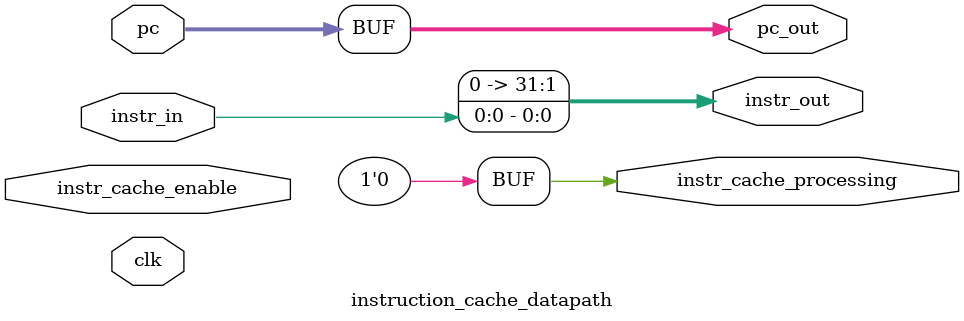
<source format=sv>
module instruction_cache_datapath(
    input logic clk,
    input logic [31:0] pc,
    input logic instr_cache_enable,
    input logic instr_in,
    output logic [31:0] pc_out,
    output logic instr_cache_processing,
    output logic [31:0] instr_out

);

    always_comb begin
        instr_cache_processing = 1'b0;
        if(instr_cache_enable)
            instr_cache_processing = 1'b1;
            pc_out = pc;
        instr_cache_processing = 1'b0;
        instr_out = instr_in;
    end

endmodule
</source>
